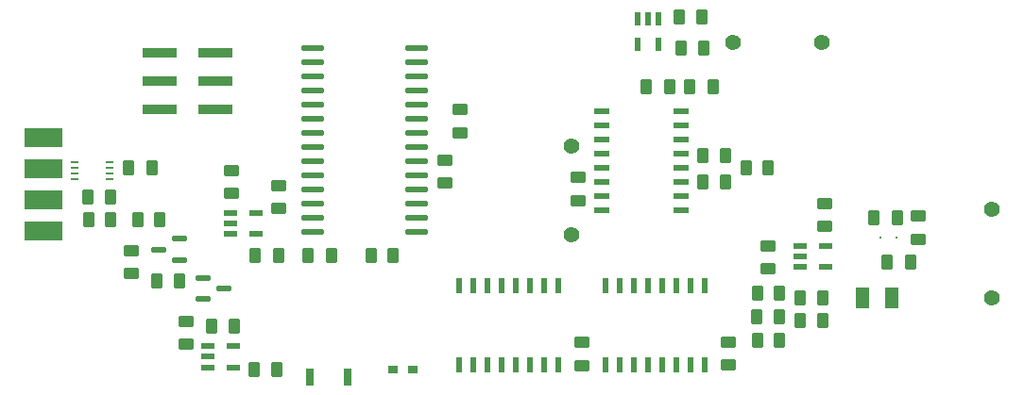
<source format=gtp>
%TF.GenerationSoftware,KiCad,Pcbnew,(6.0.4-0)*%
%TF.CreationDate,2022-04-30T21:23:22-04:00*%
%TF.ProjectId,NanoFox80,4e616e6f-466f-4783-9830-2e6b69636164,rev?*%
%TF.SameCoordinates,Original*%
%TF.FileFunction,Paste,Top*%
%TF.FilePolarity,Positive*%
%FSLAX46Y46*%
G04 Gerber Fmt 4.6, Leading zero omitted, Abs format (unit mm)*
G04 Created by KiCad (PCBNEW (6.0.4-0)) date 2022-04-30 21:23:22*
%MOMM*%
%LPD*%
G01*
G04 APERTURE LIST*
G04 Aperture macros list*
%AMRoundRect*
0 Rectangle with rounded corners*
0 $1 Rounding radius*
0 $2 $3 $4 $5 $6 $7 $8 $9 X,Y pos of 4 corners*
0 Add a 4 corners polygon primitive as box body*
4,1,4,$2,$3,$4,$5,$6,$7,$8,$9,$2,$3,0*
0 Add four circle primitives for the rounded corners*
1,1,$1+$1,$2,$3*
1,1,$1+$1,$4,$5*
1,1,$1+$1,$6,$7*
1,1,$1+$1,$8,$9*
0 Add four rect primitives between the rounded corners*
20,1,$1+$1,$2,$3,$4,$5,0*
20,1,$1+$1,$4,$5,$6,$7,0*
20,1,$1+$1,$6,$7,$8,$9,0*
20,1,$1+$1,$8,$9,$2,$3,0*%
G04 Aperture macros list end*
%ADD10RoundRect,0.200000X0.475000X-0.337500X0.475000X0.337500X-0.475000X0.337500X-0.475000X-0.337500X0*%
%ADD11RoundRect,0.200000X-0.475000X0.337500X-0.475000X-0.337500X0.475000X-0.337500X0.475000X0.337500X0*%
%ADD12RoundRect,0.100000X-0.150000X0.512500X-0.150000X-0.512500X0.150000X-0.512500X0.150000X0.512500X0*%
%ADD13RoundRect,0.100000X-0.512500X-0.150000X0.512500X-0.150000X0.512500X0.150000X-0.512500X0.150000X0*%
%ADD14RoundRect,0.200000X-0.350000X-0.450000X0.350000X-0.450000X0.350000X0.450000X-0.350000X0.450000X0*%
%ADD15RoundRect,0.200000X-0.337500X-0.475000X0.337500X-0.475000X0.337500X0.475000X-0.337500X0.475000X0*%
%ADD16RoundRect,0.200000X0.350000X0.450000X-0.350000X0.450000X-0.350000X-0.450000X0.350000X-0.450000X0*%
%ADD17C,1.424000*%
%ADD18R,1.150000X1.900000*%
%ADD19R,0.800000X1.600000*%
%ADD20RoundRect,0.100000X-0.875000X-0.150000X0.875000X-0.150000X0.875000X0.150000X-0.875000X0.150000X0*%
%ADD21R,0.500000X1.400000*%
%ADD22RoundRect,0.200000X0.337500X0.475000X-0.337500X0.475000X-0.337500X-0.475000X0.337500X-0.475000X0*%
%ADD23RoundRect,0.200000X0.450000X-0.350000X0.450000X0.350000X-0.450000X0.350000X-0.450000X-0.350000X0*%
%ADD24R,0.250000X0.250000*%
%ADD25R,0.650000X0.150000*%
%ADD26RoundRect,0.100000X-0.587500X-0.150000X0.587500X-0.150000X0.587500X0.150000X-0.587500X0.150000X0*%
%ADD27R,0.900000X0.700000*%
%ADD28RoundRect,0.100000X0.587500X0.150000X-0.587500X0.150000X-0.587500X-0.150000X0.587500X-0.150000X0*%
%ADD29C,0.150000*%
%ADD30R,1.400000X0.500000*%
%ADD31R,3.050000X0.900000*%
%ADD32R,3.380000X1.746667*%
G04 APERTURE END LIST*
D10*
%TO.C,C116*%
X130260000Y-90787500D03*
X130260000Y-88712500D03*
%TD*%
D11*
%TO.C,C103*%
X98830000Y-73272500D03*
X98830000Y-75347500D03*
%TD*%
%TO.C,C114*%
X129970000Y-73872500D03*
X129970000Y-75947500D03*
%TD*%
D12*
%TO.C,U101*%
X137160000Y-59632500D03*
X136210000Y-59632500D03*
X135260000Y-59632500D03*
X135260000Y-61907500D03*
X137160000Y-61907500D03*
%TD*%
D13*
%TO.C,U108*%
X96722500Y-89030000D03*
X96722500Y-89980000D03*
X96722500Y-90930000D03*
X98997500Y-90930000D03*
X98997500Y-89030000D03*
%TD*%
D14*
%TO.C,R109*%
X92190000Y-83180000D03*
X94190000Y-83180000D03*
%TD*%
D15*
%TO.C,C122*%
X89642500Y-73040000D03*
X91717500Y-73040000D03*
%TD*%
D16*
%TO.C,R104*%
X143110000Y-71890000D03*
X141110000Y-71890000D03*
%TD*%
D17*
%TO.C,W103*%
X129320000Y-71060000D03*
X129320000Y-79060000D03*
%TD*%
D15*
%TO.C,C120*%
X100870000Y-91160000D03*
X102945000Y-91160000D03*
%TD*%
D18*
%TO.C,FB101*%
X158015000Y-84740000D03*
X155465000Y-84740000D03*
%TD*%
D19*
%TO.C,SW101*%
X109320000Y-91780000D03*
X105920000Y-91780000D03*
%TD*%
D20*
%TO.C,U105*%
X106170000Y-62235000D03*
X106170000Y-63505000D03*
X106170000Y-64775000D03*
X106170000Y-66045000D03*
X106170000Y-67315000D03*
X106170000Y-68585000D03*
X106170000Y-69855000D03*
X106170000Y-71125000D03*
X106170000Y-72395000D03*
X106170000Y-73665000D03*
X106170000Y-74935000D03*
X106170000Y-76205000D03*
X106170000Y-77475000D03*
X106170000Y-78745000D03*
X115470000Y-78745000D03*
X115470000Y-77475000D03*
X115470000Y-76205000D03*
X115470000Y-74935000D03*
X115470000Y-73665000D03*
X115470000Y-72395000D03*
X115470000Y-71125000D03*
X115470000Y-69855000D03*
X115470000Y-68585000D03*
X115470000Y-67315000D03*
X115470000Y-66045000D03*
X115470000Y-64775000D03*
X115470000Y-63505000D03*
X115470000Y-62235000D03*
%TD*%
D15*
%TO.C,C109*%
X136050000Y-65700000D03*
X138125000Y-65700000D03*
%TD*%
D21*
%TO.C,U107*%
X128125000Y-83600000D03*
X126855000Y-83600000D03*
X125585000Y-83600000D03*
X124315000Y-83600000D03*
X123045000Y-83600000D03*
X121775000Y-83600000D03*
X120505000Y-83600000D03*
X119235000Y-83600000D03*
X119235000Y-90700000D03*
X120505000Y-90700000D03*
X121775000Y-90700000D03*
X123045000Y-90700000D03*
X124315000Y-90700000D03*
X125585000Y-90700000D03*
X126855000Y-90700000D03*
X128125000Y-90700000D03*
%TD*%
D10*
%TO.C,C113*%
X117960000Y-74417500D03*
X117960000Y-72342500D03*
%TD*%
D14*
%TO.C,R108*%
X111370000Y-80900000D03*
X113370000Y-80900000D03*
%TD*%
D22*
%TO.C,C102*%
X141207500Y-62290000D03*
X139132500Y-62290000D03*
%TD*%
D23*
%TO.C,R111*%
X89920000Y-82480000D03*
X89920000Y-80480000D03*
%TD*%
D15*
%TO.C,C107*%
X101012500Y-80860000D03*
X103087500Y-80860000D03*
%TD*%
D17*
%TO.C,W102*%
X167010000Y-76730000D03*
X167010000Y-84730000D03*
%TD*%
D24*
%TO.C,D102*%
X157035000Y-79270000D03*
X158485000Y-79270000D03*
%TD*%
D14*
%TO.C,R101*%
X145997500Y-88500000D03*
X147997500Y-88500000D03*
%TD*%
D15*
%TO.C,C112*%
X105732500Y-80910000D03*
X107807500Y-80910000D03*
%TD*%
D11*
%TO.C,C118*%
X94770000Y-86812500D03*
X94770000Y-88887500D03*
%TD*%
D15*
%TO.C,C119*%
X97072500Y-87210000D03*
X99147500Y-87210000D03*
%TD*%
D14*
%TO.C,R103*%
X149827500Y-86760000D03*
X151827500Y-86760000D03*
%TD*%
D11*
%TO.C,C111*%
X152040000Y-76232500D03*
X152040000Y-78307500D03*
%TD*%
D25*
%TO.C,U109*%
X87940000Y-74010000D03*
X87940000Y-73510000D03*
X87940000Y-73010000D03*
X87940000Y-72510000D03*
X84840000Y-72510000D03*
X84840000Y-73010000D03*
X84840000Y-73510000D03*
X84840000Y-74010000D03*
%TD*%
D14*
%TO.C,R105*%
X141120000Y-74280000D03*
X143120000Y-74280000D03*
%TD*%
%TO.C,R110*%
X90460000Y-77650000D03*
X92460000Y-77650000D03*
%TD*%
D26*
%TO.C,Q102*%
X96312500Y-82910000D03*
X96312500Y-84810000D03*
X98187500Y-83860000D03*
%TD*%
D27*
%TO.C,D101*%
X115160000Y-91130000D03*
X113360000Y-91130000D03*
%TD*%
D17*
%TO.C,W101*%
X143800000Y-61790000D03*
X151800000Y-61790000D03*
%TD*%
D15*
%TO.C,C108*%
X145940000Y-86420000D03*
X148015000Y-86420000D03*
%TD*%
D28*
%TO.C,Q101*%
X94187500Y-81300000D03*
X94187500Y-79400000D03*
X92312500Y-80350000D03*
%TD*%
D11*
%TO.C,C115*%
X146980000Y-80042500D03*
X146980000Y-82117500D03*
%TD*%
D22*
%TO.C,C105*%
X158517500Y-77470000D03*
X156442500Y-77470000D03*
%TD*%
D13*
%TO.C,U103*%
X149860000Y-80020000D03*
X149860000Y-80970000D03*
X149860000Y-81920000D03*
X152135000Y-81920000D03*
X152135000Y-80020000D03*
%TD*%
D29*
%TO.C,X101*%
X117425000Y-68850000D03*
X117425000Y-69850000D03*
X117845000Y-69850000D03*
X117845000Y-68850000D03*
%TD*%
D22*
%TO.C,C106*%
X159737500Y-81510000D03*
X157662500Y-81510000D03*
%TD*%
D14*
%TO.C,R107*%
X144990000Y-72990000D03*
X146990000Y-72990000D03*
%TD*%
D30*
%TO.C,U104*%
X132060000Y-67955000D03*
X132060000Y-69225000D03*
X132060000Y-70495000D03*
X132060000Y-71765000D03*
X132060000Y-73035000D03*
X132060000Y-74305000D03*
X132060000Y-75575000D03*
X132060000Y-76845000D03*
X139160000Y-76845000D03*
X139160000Y-75575000D03*
X139160000Y-74305000D03*
X139160000Y-73035000D03*
X139160000Y-71765000D03*
X139160000Y-70495000D03*
X139160000Y-69225000D03*
X139160000Y-67955000D03*
%TD*%
D10*
%TO.C,C117*%
X143380000Y-90747500D03*
X143380000Y-88672500D03*
%TD*%
D11*
%TO.C,C104*%
X103100000Y-74622500D03*
X103100000Y-76697500D03*
%TD*%
D22*
%TO.C,C123*%
X88037500Y-75640000D03*
X85962500Y-75640000D03*
%TD*%
D11*
%TO.C,C121*%
X119370000Y-67782500D03*
X119370000Y-69857500D03*
%TD*%
D22*
%TO.C,C110*%
X142015000Y-65730000D03*
X139940000Y-65730000D03*
%TD*%
D14*
%TO.C,R102*%
X145997500Y-84300000D03*
X147997500Y-84300000D03*
%TD*%
%TO.C,R106*%
X149827500Y-84680000D03*
X151827500Y-84680000D03*
%TD*%
D11*
%TO.C,C105*%
X160450000Y-77362500D03*
X160450000Y-79437500D03*
%TD*%
D21*
%TO.C,U106*%
X141255000Y-83630000D03*
X139985000Y-83630000D03*
X138715000Y-83630000D03*
X137445000Y-83630000D03*
X136175000Y-83630000D03*
X134905000Y-83630000D03*
X133635000Y-83630000D03*
X132365000Y-83630000D03*
X132365000Y-90730000D03*
X133635000Y-90730000D03*
X134905000Y-90730000D03*
X136175000Y-90730000D03*
X137445000Y-90730000D03*
X138715000Y-90730000D03*
X139985000Y-90730000D03*
X141255000Y-90730000D03*
%TD*%
D16*
%TO.C,R112*%
X88050000Y-77650000D03*
X86050000Y-77650000D03*
%TD*%
D13*
%TO.C,U102*%
X98822500Y-77070000D03*
X98822500Y-78020000D03*
X98822500Y-78970000D03*
X101097500Y-78970000D03*
X101097500Y-77070000D03*
%TD*%
D22*
%TO.C,C101*%
X141057500Y-59460000D03*
X138982500Y-59460000D03*
%TD*%
D31*
%TO.C,P101*%
X97450000Y-67780000D03*
X92400000Y-67780000D03*
X97450000Y-65240000D03*
X92400000Y-65240000D03*
X97450000Y-62700000D03*
X92400000Y-62700000D03*
%TD*%
D32*
%TO.C,J111*%
X82000000Y-70345000D03*
X82000000Y-73115000D03*
X82000000Y-75885000D03*
X82000000Y-78655000D03*
%TD*%
M02*

</source>
